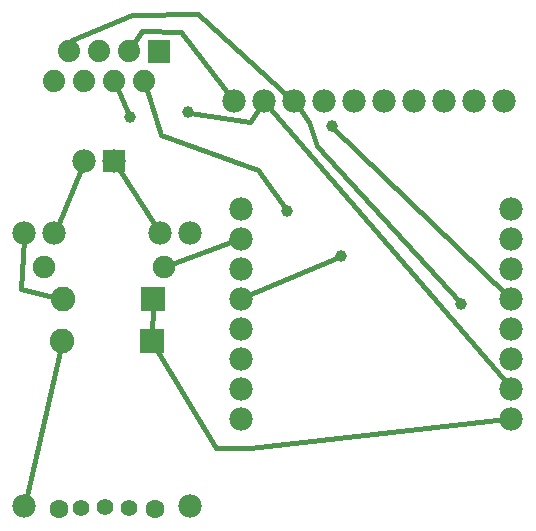
<source format=gtl>
G04 MADE WITH FRITZING*
G04 WWW.FRITZING.ORG*
G04 DOUBLE SIDED*
G04 HOLES PLATED*
G04 CONTOUR ON CENTER OF CONTOUR VECTOR*
%ASAXBY*%
%FSLAX23Y23*%
%MOIN*%
%OFA0B0*%
%SFA1.0B1.0*%
%ADD10C,0.039370*%
%ADD11C,0.062992*%
%ADD12C,0.055118*%
%ADD13C,0.074000*%
%ADD14C,0.078000*%
%ADD15C,0.077778*%
%ADD16C,0.075000*%
%ADD17C,0.082000*%
%ADD18R,0.082000X0.082000*%
%ADD19R,0.078000X0.078000*%
%ADD20C,0.016000*%
%ADD21R,0.001000X0.001000*%
%LNCOPPER1*%
G90*
G70*
G54D10*
X963Y1056D03*
X1144Y904D03*
X1112Y1337D03*
X1544Y744D03*
X440Y1369D03*
X632Y1385D03*
G54D11*
X523Y62D03*
X204Y62D03*
G54D12*
X436Y66D03*
X357Y67D03*
X278Y66D03*
G54D13*
X187Y1487D03*
X237Y1587D03*
X287Y1487D03*
X387Y1487D03*
X487Y1487D03*
X337Y1587D03*
X437Y1587D03*
X537Y1587D03*
G54D14*
X1488Y1421D03*
X1388Y1421D03*
X1288Y1421D03*
X1187Y1421D03*
X1088Y1421D03*
X988Y1421D03*
X888Y1421D03*
X788Y1421D03*
X1687Y1421D03*
X1587Y1421D03*
X88Y72D03*
X639Y72D03*
X88Y981D03*
X188Y981D03*
X539Y981D03*
X639Y981D03*
G54D15*
X811Y1063D03*
X811Y963D03*
X811Y863D03*
X811Y763D03*
X811Y663D03*
X811Y563D03*
X811Y463D03*
X811Y363D03*
X1711Y363D03*
X1711Y463D03*
X1711Y563D03*
X1711Y663D03*
X1711Y763D03*
X1711Y863D03*
X1711Y963D03*
X1711Y1063D03*
G54D16*
X153Y868D03*
X553Y868D03*
X153Y868D03*
X553Y868D03*
G54D17*
X516Y760D03*
X218Y760D03*
X516Y760D03*
X218Y760D03*
X512Y621D03*
X214Y621D03*
X512Y621D03*
X214Y621D03*
G54D14*
X388Y1221D03*
X288Y1221D03*
G54D18*
X517Y760D03*
X517Y760D03*
X513Y621D03*
X513Y621D03*
G54D19*
X388Y1221D03*
G54D20*
X868Y1192D02*
X544Y1307D01*
D02*
X544Y1307D02*
X493Y1468D01*
D02*
X959Y1062D02*
X868Y1192D01*
D02*
X209Y601D02*
X92Y90D01*
D02*
X398Y1205D02*
X529Y997D01*
D02*
X280Y1203D02*
X195Y998D01*
D02*
X75Y796D02*
X86Y962D01*
D02*
X198Y765D02*
X75Y796D01*
D02*
X570Y874D02*
X794Y957D01*
D02*
X827Y770D02*
X1137Y901D01*
D02*
X515Y739D02*
X513Y642D01*
D02*
X728Y265D02*
X523Y603D01*
D02*
X840Y265D02*
X728Y265D01*
D02*
X1693Y361D02*
X840Y265D01*
D02*
X447Y1604D02*
X479Y1655D01*
D02*
X610Y1653D02*
X776Y1436D01*
D02*
X479Y1655D02*
X610Y1653D01*
D02*
X1698Y776D02*
X1118Y1331D01*
D02*
X665Y1710D02*
X448Y1708D01*
D02*
X973Y1433D02*
X665Y1710D01*
D02*
X248Y1625D02*
X242Y1606D01*
D02*
X448Y1708D02*
X248Y1625D01*
D02*
X1539Y750D02*
X1064Y1273D01*
D02*
X1064Y1273D02*
X1036Y1352D01*
D02*
X1036Y1352D02*
X999Y1405D01*
D02*
X395Y1469D02*
X437Y1376D01*
D02*
X840Y1353D02*
X877Y1405D01*
D02*
X640Y1383D02*
X840Y1353D01*
D02*
X1699Y477D02*
X900Y1406D01*
G54D21*
X501Y1623D02*
X574Y1623D01*
X501Y1622D02*
X574Y1622D01*
X501Y1621D02*
X574Y1621D01*
X501Y1620D02*
X574Y1620D01*
X501Y1619D02*
X574Y1619D01*
X501Y1618D02*
X574Y1618D01*
X501Y1617D02*
X574Y1617D01*
X501Y1616D02*
X574Y1616D01*
X501Y1615D02*
X574Y1615D01*
X501Y1614D02*
X574Y1614D01*
X501Y1613D02*
X574Y1613D01*
X501Y1612D02*
X574Y1612D01*
X501Y1611D02*
X574Y1611D01*
X501Y1610D02*
X574Y1610D01*
X501Y1609D02*
X574Y1609D01*
X501Y1608D02*
X574Y1608D01*
X501Y1607D02*
X574Y1607D01*
X501Y1606D02*
X532Y1606D01*
X542Y1606D02*
X574Y1606D01*
X501Y1605D02*
X529Y1605D01*
X545Y1605D02*
X574Y1605D01*
X501Y1604D02*
X527Y1604D01*
X547Y1604D02*
X574Y1604D01*
X501Y1603D02*
X525Y1603D01*
X549Y1603D02*
X574Y1603D01*
X501Y1602D02*
X524Y1602D01*
X550Y1602D02*
X574Y1602D01*
X501Y1601D02*
X523Y1601D01*
X551Y1601D02*
X574Y1601D01*
X501Y1600D02*
X522Y1600D01*
X552Y1600D02*
X574Y1600D01*
X501Y1599D02*
X521Y1599D01*
X553Y1599D02*
X574Y1599D01*
X501Y1598D02*
X520Y1598D01*
X554Y1598D02*
X574Y1598D01*
X501Y1597D02*
X520Y1597D01*
X555Y1597D02*
X574Y1597D01*
X501Y1596D02*
X519Y1596D01*
X555Y1596D02*
X574Y1596D01*
X501Y1595D02*
X519Y1595D01*
X556Y1595D02*
X574Y1595D01*
X501Y1594D02*
X518Y1594D01*
X556Y1594D02*
X574Y1594D01*
X501Y1593D02*
X518Y1593D01*
X556Y1593D02*
X574Y1593D01*
X501Y1592D02*
X518Y1592D01*
X557Y1592D02*
X574Y1592D01*
X501Y1591D02*
X517Y1591D01*
X557Y1591D02*
X574Y1591D01*
X501Y1590D02*
X517Y1590D01*
X557Y1590D02*
X574Y1590D01*
X501Y1589D02*
X517Y1589D01*
X557Y1589D02*
X574Y1589D01*
X501Y1588D02*
X517Y1588D01*
X557Y1588D02*
X574Y1588D01*
X501Y1587D02*
X517Y1587D01*
X557Y1587D02*
X574Y1587D01*
X501Y1586D02*
X517Y1586D01*
X557Y1586D02*
X574Y1586D01*
X501Y1585D02*
X517Y1585D01*
X557Y1585D02*
X574Y1585D01*
X501Y1584D02*
X517Y1584D01*
X557Y1584D02*
X574Y1584D01*
X501Y1583D02*
X517Y1583D01*
X557Y1583D02*
X574Y1583D01*
X501Y1582D02*
X518Y1582D01*
X557Y1582D02*
X574Y1582D01*
X501Y1581D02*
X518Y1581D01*
X556Y1581D02*
X574Y1581D01*
X501Y1580D02*
X518Y1580D01*
X556Y1580D02*
X574Y1580D01*
X501Y1579D02*
X519Y1579D01*
X556Y1579D02*
X574Y1579D01*
X501Y1578D02*
X519Y1578D01*
X555Y1578D02*
X574Y1578D01*
X501Y1577D02*
X520Y1577D01*
X555Y1577D02*
X574Y1577D01*
X501Y1576D02*
X520Y1576D01*
X554Y1576D02*
X574Y1576D01*
X501Y1575D02*
X521Y1575D01*
X553Y1575D02*
X574Y1575D01*
X501Y1574D02*
X522Y1574D01*
X552Y1574D02*
X574Y1574D01*
X501Y1573D02*
X523Y1573D01*
X552Y1573D02*
X574Y1573D01*
X501Y1572D02*
X524Y1572D01*
X550Y1572D02*
X574Y1572D01*
X501Y1571D02*
X525Y1571D01*
X549Y1571D02*
X574Y1571D01*
X501Y1570D02*
X527Y1570D01*
X548Y1570D02*
X574Y1570D01*
X501Y1569D02*
X529Y1569D01*
X546Y1569D02*
X574Y1569D01*
X501Y1568D02*
X532Y1568D01*
X543Y1568D02*
X574Y1568D01*
X501Y1567D02*
X574Y1567D01*
X501Y1566D02*
X574Y1566D01*
X501Y1565D02*
X574Y1565D01*
X501Y1564D02*
X574Y1564D01*
X501Y1563D02*
X574Y1563D01*
X501Y1562D02*
X574Y1562D01*
X501Y1561D02*
X574Y1561D01*
X501Y1560D02*
X574Y1560D01*
X501Y1559D02*
X574Y1559D01*
X501Y1558D02*
X574Y1558D01*
X501Y1557D02*
X574Y1557D01*
X501Y1556D02*
X574Y1556D01*
X501Y1555D02*
X574Y1555D01*
X501Y1554D02*
X574Y1554D01*
X501Y1553D02*
X574Y1553D01*
X501Y1552D02*
X574Y1552D01*
X501Y1551D02*
X574Y1551D01*
X501Y1550D02*
X573Y1550D01*
D02*
G04 End of Copper1*
M02*
</source>
